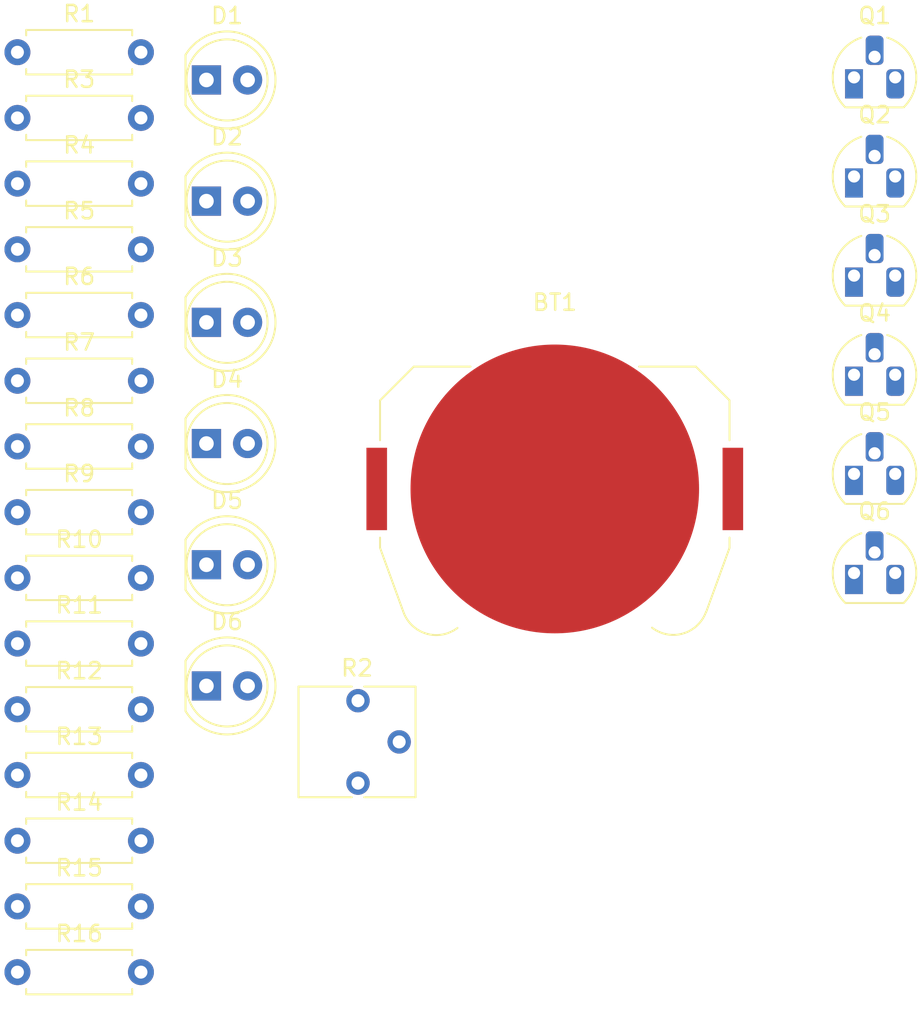
<source format=kicad_pcb>
(kicad_pcb (version 20241229) (generator "pcbnew") (generator_version "9.0")
  (layers (0 "F.Cu" signal) (2 "B.Cu" signal) (13 "F.Paste" user) (15 "B.Paste" user) (5 "F.SilkS" user "F.Silkscreen") (7 "B.SilkS" user "B.Silkscreen") (1 "F.Mask" user) (3 "B.Mask" user) (25 "Edge.Cuts" user))
  (net 0 "")
  (net 1 "Net-(BT1--)")
  (net 2 "Net-(BT1-+)")
  (net 3 "Net-(D1-K)")
  (net 4 "Net-(D1-A)")
  (net 5 "Net-(D2-K)")
  (net 6 "Net-(D3-K)")
  (net 7 "Net-(D4-K)")
  (net 8 "Net-(D5-K)")
  (net 9 "Net-(D6-K)")
  (net 10 "Net-(Q1-B)")
  (net 11 "Net-(Q2-B)")
  (net 12 "Net-(Q3-B)")
  (net 13 "Net-(Q4-B)")
  (net 14 "Net-(Q5-B)")
  (net 15 "Net-(Q6-B)")
  (net 16 "Net-(R1-Pad1)")
  (net 17 "Net-(R10-Pad1)")
  (net 18 "Net-(R12-Pad2)")
  (net 19 "Net-(R15-Pad2)")
  (net 20 "Net-(R16-Pad2)")
  (net 21 "Net-(R11-Pad2)")
  (net 22 "Net-(R13-Pad2)")
  (net 23 "Net-(R14-Pad2)")
  (footprint "Resistor_THT:R_Axial_DIN0207_L6.3mm_D2.5mm_P7.62mm_Horizontal" (layer "F.Cu") (at 109.85 94.8)
    (property "Reference" "R10" (at 3.81 -2.37 0) (layer "F.SilkS"))
    (property "Value" "4.7k")
    (fp_line (start 0.54 -1.37) (end 7.08 -1.37) (stroke (width 0.12)) (layer "F.SilkS"))
    (fp_line (start 0.54 -1.04) (end 0.54 -1.37) (stroke (width 0.12)) (layer "F.SilkS"))
    (fp_line (start 0.54 1.04) (end 0.54 1.37) (stroke (width 0.12)) (layer "F.SilkS"))
    (fp_line (start 0.54 1.37) (end 7.08 1.37) (stroke (width 0.12)) (layer "F.SilkS"))
    (fp_line (start 7.08 -1.37) (end 7.08 -1.04) (stroke (width 0.12)) (layer "F.SilkS"))
    (fp_line (start 7.08 1.37) (end 7.08 1.04) (stroke (width 0.12)) (layer "F.SilkS"))
    (pad "1" thru_hole circle (at 0 0) (size 1.6 1.6) (drill 0.8) (layers "*.Cu" "*.Mask") (net 17 "Net-(R10-Pad1)"))
    (pad "2" thru_hole oval (at 7.62 0) (size 1.6 1.6) (drill 0.8) (layers "*.Cu" "*.Mask") (net 16 "Net-(R1-Pad1)"))
  )
  (footprint "Resistor_THT:R_Axial_DIN0207_L6.3mm_D2.5mm_P7.62mm_Horizontal" (layer "F.Cu") (at 109.85 106.95)
    (property "Reference" "R13" (at 3.81 -2.37 0) (layer "F.SilkS"))
    (property "Value" "4.7k")
    (fp_line (start 0.54 -1.37) (end 7.08 -1.37) (stroke (width 0.12)) (layer "F.SilkS"))
    (fp_line (start 0.54 -1.04) (end 0.54 -1.37) (stroke (width 0.12)) (layer "F.SilkS"))
    (fp_line (start 0.54 1.04) (end 0.54 1.37) (stroke (width 0.12)) (layer "F.SilkS"))
    (fp_line (start 0.54 1.37) (end 7.08 1.37) (stroke (width 0.12)) (layer "F.SilkS"))
    (fp_line (start 7.08 -1.37) (end 7.08 -1.04) (stroke (width 0.12)) (layer "F.SilkS"))
    (fp_line (start 7.08 1.37) (end 7.08 1.04) (stroke (width 0.12)) (layer "F.SilkS"))
    (pad "1" thru_hole circle (at 0 0) (size 1.6 1.6) (drill 0.8) (layers "*.Cu" "*.Mask") (net 13 "Net-(Q4-B)"))
    (pad "2" thru_hole oval (at 7.62 0) (size 1.6 1.6) (drill 0.8) (layers "*.Cu" "*.Mask") (net 22 "Net-(R13-Pad2)"))
  )
  (footprint "Battery:BatteryHolder_Keystone_3034_1x20mm" (layer "F.Cu") (at 143 89.318454)
    (property "Reference" "BT1" (at 0 -11.5 0) (layer "F.SilkS"))
    (property "Value" "Battery_Cell")
    (fp_line (start -10.78 -5.46) (end -10.78 -3) (stroke (width 0.12)) (layer "F.SilkS"))
    (fp_line (start -10.78 3) (end -10.78 3.63) (stroke (width 0.12)) (layer "F.SilkS"))
    (fp_line (start -10.78 3.63) (end -9.34 7.58) (stroke (width 0.12)) (layer "F.SilkS"))
    (fp_line (start -8.7 -7.54) (end -10.78 -5.46) (stroke (width 0.12)) (layer "F.SilkS"))
    (fp_line (start -5.2 -7.54) (end -8.7 -7.54) (stroke (width 0.12)) (layer "F.SilkS"))
    (fp_line (start 8.7 -7.54) (end 5.2 -7.54) (stroke (width 0.12)) (layer "F.SilkS"))
    (fp_line (start 8.7 -7.54) (end 10.78 -5.46) (stroke (width 0.12)) (layer "F.SilkS"))
    (fp_line (start 10.78 -5.46) (end 10.78 -3) (stroke (width 0.12)) (layer "F.SilkS"))
    (fp_line (start 10.78 3) (end 10.78 3.63) (stroke (width 0.12)) (layer "F.SilkS"))
    (fp_line (start 10.78 3.63) (end 9.34 7.58) (stroke (width 0.12)) (layer "F.SilkS"))
    (fp_arc (start -6.003354 8.56653) (mid -7.921654 8.918738) (end -9.34 7.58) (stroke (width 0.12)) (layer "F.SilkS"))
    (fp_arc (start 9.325243 7.588169) (mid 7.90634 8.911668) (end 6 8.55) (stroke (width 0.12)) (layer "F.SilkS"))
    (pad "1" smd rect (at -10.985 0) (size 1.27 5.08) (layers "F.Cu" "F.Mask" "F.Paste") (net 2 "Net-(BT1-+)"))
    (pad "1" smd rect (at 10.985 0) (size 1.27 5.08) (layers "F.Cu" "F.Mask" "F.Paste") (net 2 "Net-(BT1-+)"))
    (pad "2" smd circle (at 0 0) (size 17.8 17.8) (layers "F.Cu" "F.Mask") (net 1 "Net-(BT1--)"))
  )
  (footprint "Resistor_THT:R_Axial_DIN0207_L6.3mm_D2.5mm_P7.62mm_Horizontal" (layer "F.Cu") (at 109.85 111)
    (property "Reference" "R14" (at 3.81 -2.37 0) (layer "F.SilkS"))
    (property "Value" "4.7k")
    (fp_line (start 0.54 -1.37) (end 7.08 -1.37) (stroke (width 0.12)) (layer "F.SilkS"))
    (fp_line (start 0.54 -1.04) (end 0.54 -1.37) (stroke (width 0.12)) (layer "F.SilkS"))
    (fp_line (start 0.54 1.04) (end 0.54 1.37) (stroke (width 0.12)) (layer "F.SilkS"))
    (fp_line (start 0.54 1.37) (end 7.08 1.37) (stroke (width 0.12)) (layer "F.SilkS"))
    (fp_line (start 7.08 -1.37) (end 7.08 -1.04) (stroke (width 0.12)) (layer "F.SilkS"))
    (fp_line (start 7.08 1.37) (end 7.08 1.04) (stroke (width 0.12)) (layer "F.SilkS"))
    (pad "1" thru_hole circle (at 0 0) (size 1.6 1.6) (drill 0.8) (layers "*.Cu" "*.Mask") (net 22 "Net-(R13-Pad2)"))
    (pad "2" thru_hole oval (at 7.62 0) (size 1.6 1.6) (drill 0.8) (layers "*.Cu" "*.Mask") (net 23 "Net-(R14-Pad2)"))
  )
  (footprint "Resistor_THT:R_Axial_DIN0207_L6.3mm_D2.5mm_P7.62mm_Horizontal" (layer "F.Cu") (at 109.85 66.45)
    (property "Reference" "R3" (at 3.81 -2.37 0) (layer "F.SilkS"))
    (property "Value" "220")
    (fp_line (start 0.54 -1.37) (end 7.08 -1.37) (stroke (width 0.12)) (layer "F.SilkS"))
    (fp_line (start 0.54 -1.04) (end 0.54 -1.37) (stroke (width 0.12)) (layer "F.SilkS"))
    (fp_line (start 0.54 1.04) (end 0.54 1.37) (stroke (width 0.12)) (layer "F.SilkS"))
    (fp_line (start 0.54 1.37) (end 7.08 1.37) (stroke (width 0.12)) (layer "F.SilkS"))
    (fp_line (start 7.08 -1.37) (end 7.08 -1.04) (stroke (width 0.12)) (layer "F.SilkS"))
    (fp_line (start 7.08 1.37) (end 7.08 1.04) (stroke (width 0.12)) (layer "F.SilkS"))
    (pad "1" thru_hole circle (at 0 0) (size 1.6 1.6) (drill 0.8) (layers "*.Cu" "*.Mask") (net 4 "Net-(D1-A)"))
    (pad "2" thru_hole oval (at 7.62 0) (size 1.6 1.6) (drill 0.8) (layers "*.Cu" "*.Mask") (net 2 "Net-(BT1-+)"))
  )
  (footprint "Resistor_THT:R_Axial_DIN0207_L6.3mm_D2.5mm_P7.62mm_Horizontal" (layer "F.Cu") (at 109.85 102.9)
    (property "Reference" "R12" (at 3.81 -2.37 0) (layer "F.SilkS"))
    (property "Value" "4.7k")
    (fp_line (start 0.54 -1.37) (end 7.08 -1.37) (stroke (width 0.12)) (layer "F.SilkS"))
    (fp_line (start 0.54 -1.04) (end 0.54 -1.37) (stroke (width 0.12)) (layer "F.SilkS"))
    (fp_line (start 0.54 1.04) (end 0.54 1.37) (stroke (width 0.12)) (layer "F.SilkS"))
    (fp_line (start 0.54 1.37) (end 7.08 1.37) (stroke (width 0.12)) (layer "F.SilkS"))
    (fp_line (start 7.08 -1.37) (end 7.08 -1.04) (stroke (width 0.12)) (layer "F.SilkS"))
    (fp_line (start 7.08 1.37) (end 7.08 1.04) (stroke (width 0.12)) (layer "F.SilkS"))
    (pad "1" thru_hole circle (at 0 0) (size 1.6 1.6) (drill 0.8) (layers "*.Cu" "*.Mask") (net 21 "Net-(R11-Pad2)"))
    (pad "2" thru_hole oval (at 7.62 0) (size 1.6 1.6) (drill 0.8) (layers "*.Cu" "*.Mask") (net 18 "Net-(R12-Pad2)"))
  )
  (footprint "LED_THT:LED_D5.0mm" (layer "F.Cu") (at 121.51 71.58)
    (property "Reference" "D2" (at 1.27 -3.96 0) (layer "F.SilkS"))
    (property "Value" "LED")
    (fp_line (start -1.29 -1.545) (end -1.29 1.545) (stroke (width 0.12)) (layer "F.SilkS"))
    (fp_arc (start -1.29 -1.54483) (mid 2.071756 -2.880501) (end 4.26 -0.000048) (stroke (width 0.12)) (layer "F.SilkS"))
    (fp_arc (start 4.26 0.000048) (mid 2.071756 2.880501) (end -1.29 1.54483) (stroke (width 0.12)) (layer "F.SilkS"))
    (fp_circle (center 1.27 0) (end 3.77 0) (stroke (width 0.12)) (fill no) (layer "F.SilkS"))
    (pad "1" thru_hole rect (at 0 0) (size 1.8 1.8) (drill 0.9) (layers "*.Cu" "*.Mask") (net 5 "Net-(D2-K)"))
    (pad "2" thru_hole circle (at 2.54 0) (size 1.8 1.8) (drill 0.9) (layers "*.Cu" "*.Mask") (net 4 "Net-(D1-A)"))
  )
  (footprint "LED_THT:LED_D5.0mm" (layer "F.Cu") (at 121.51 101.46)
    (property "Reference" "D6" (at 1.27 -3.96 0) (layer "F.SilkS"))
    (property "Value" "LED")
    (fp_line (start -1.29 -1.545) (end -1.29 1.545) (stroke (width 0.12)) (layer "F.SilkS"))
    (fp_arc (start -1.29 -1.54483) (mid 2.071756 -2.880501) (end 4.26 -0.000048) (stroke (width 0.12)) (layer "F.SilkS"))
    (fp_arc (start 4.26 0.000048) (mid 2.071756 2.880501) (end -1.29 1.54483) (stroke (width 0.12)) (layer "F.SilkS"))
    (fp_circle (center 1.27 0) (end 3.77 0) (stroke (width 0.12)) (fill no) (layer "F.SilkS"))
    (pad "1" thru_hole rect (at 0 0) (size 1.8 1.8) (drill 0.9) (layers "*.Cu" "*.Mask") (net 9 "Net-(D6-K)"))
    (pad "2" thru_hole circle (at 2.54 0) (size 1.8 1.8) (drill 0.9) (layers "*.Cu" "*.Mask") (net 4 "Net-(D1-A)"))
  )
  (footprint "Resistor_THT:R_Axial_DIN0207_L6.3mm_D2.5mm_P7.62mm_Horizontal" (layer "F.Cu") (at 109.85 78.6)
    (property "Reference" "R6" (at 3.81 -2.37 0) (layer "F.SilkS"))
    (property "Value" "4.7k")
    (fp_line (start 0.54 -1.37) (end 7.08 -1.37) (stroke (width 0.12)) (layer "F.SilkS"))
    (fp_line (start 0.54 -1.04) (end 0.54 -1.37) (stroke (width 0.12)) (layer "F.SilkS"))
    (fp_line (start 0.54 1.04) (end 0.54 1.37) (stroke (width 0.12)) (layer "F.SilkS"))
    (fp_line (start 0.54 1.37) (end 7.08 1.37) (stroke (width 0.12)) (layer "F.SilkS"))
    (fp_line (start 7.08 -1.37) (end 7.08 -1.04) (stroke (width 0.12)) (layer "F.SilkS"))
    (fp_line (start 7.08 1.37) (end 7.08 1.04) (stroke (width 0.12)) (layer "F.SilkS"))
    (pad "1" thru_hole circle (at 0 0) (size 1.6 1.6) (drill 0.8) (layers "*.Cu" "*.Mask") (net 18 "Net-(R12-Pad2)"))
    (pad "2" thru_hole oval (at 7.62 0) (size 1.6 1.6) (drill 0.8) (layers "*.Cu" "*.Mask") (net 16 "Net-(R1-Pad1)"))
  )
  (footprint "LED_THT:LED_D5.0mm" (layer "F.Cu") (at 121.51 79.05)
    (property "Reference" "D3" (at 1.27 -3.96 0) (layer "F.SilkS"))
    (property "Value" "LED")
    (fp_line (start -1.29 -1.545) (end -1.29 1.545) (stroke (width 0.12)) (layer "F.SilkS"))
    (fp_arc (start -1.29 -1.54483) (mid 2.071756 -2.880501) (end 4.26 -0.000048) (stroke (width 0.12)) (layer "F.SilkS"))
    (fp_arc (start 4.26 0.000048) (mid 2.071756 2.880501) (end -1.29 1.54483) (stroke (width 0.12)) (layer "F.SilkS"))
    (fp_circle (center 1.27 0) (end 3.77 0) (stroke (width 0.12)) (fill no) (layer "F.SilkS"))
    (pad "1" thru_hole rect (at 0 0) (size 1.8 1.8) (drill 0.9) (layers "*.Cu" "*.Mask") (net 6 "Net-(D3-K)"))
    (pad "2" thru_hole circle (at 2.54 0) (size 1.8 1.8) (drill 0.9) (layers "*.Cu" "*.Mask") (net 4 "Net-(D1-A)"))
  )
  (footprint "Package_TO_SOT_THT:TO-92L_HandSolder" (layer "F.Cu") (at 161.46 63.95)
    (property "Reference" "Q1" (at 1.27 -3.8 0) (layer "F.SilkS"))
    (property "Value" "NPN")
    (fp_line (start -0.53 1.85) (end 3.07 1.85) (stroke (width 0.12)) (layer "F.SilkS"))
    (fp_arc (start -0.541453 1.842156) (mid -1.247298 -0.581475) (end 0.45 -2.45) (stroke (width 0.12)) (layer "F.SilkS"))
    (fp_arc (start 2.05 -2.45) (mid 3.769931 -0.601036) (end 3.078445 1.827684) (stroke (width 0.12)) (layer "F.SilkS"))
    (pad "1" thru_hole rect (at 0 0) (size 1.1 1.8) (drill 0.75 (offset 0 0.4)) (layers "*.Cu" "*.Mask") (net 3 "Net-(D1-K)"))
    (pad "2" thru_hole roundrect (at 1.27 -1.27) (size 1.1 1.8) (drill 0.75 (offset 0 -0.4)) (layers "*.Cu" "*.Mask") (net 10 "Net-(Q1-B)"))
    (pad "3" thru_hole roundrect (at 2.54 0) (size 1.1 1.8) (drill 0.75 (offset 0 0.4)) (layers "*.Cu" "*.Mask") (net 1 "Net-(BT1--)"))
  )
  (footprint "Potentiometer_THT:Potentiometer_Vishay_T73YP_Vertical" (layer "F.Cu") (at 130.86 107.45)
    (property "Reference" "R2" (at -0.06 -7.09 0) (layer "F.SilkS"))
    (property "Value" "R_Photo")
    (fp_line (start -3.67 -5.95) (end -3.67 0.87) (stroke (width 0.12)) (layer "F.SilkS"))
    (fp_line (start -3.67 -5.95) (end -0.382 -5.95) (stroke (width 0.12)) (layer "F.SilkS"))
    (fp_line (start -3.67 0.87) (end -0.382 0.87) (stroke (width 0.12)) (layer "F.SilkS"))
    (fp_line (start 0.382 -5.95) (end 3.55 -5.95) (stroke (width 0.12)) (layer "F.SilkS"))
    (fp_line (start 0.382 0.87) (end 3.55 0.87) (stroke (width 0.12)) (layer "F.SilkS"))
    (fp_line (start 3.55 -5.95) (end 3.55 0.87) (stroke (width 0.12)) (layer "F.SilkS"))
    (pad "1" thru_hole circle (at 0 0) (size 1.44 1.44) (drill 0.8) (layers "*.Cu" "*.Mask") (net 10 "Net-(Q1-B)"))
    (pad "2" thru_hole circle (at 2.54 -2.54) (size 1.44 1.44) (drill 0.8) (layers "*.Cu" "*.Mask") (net 1 "Net-(BT1--)"))
    (pad "3" thru_hole circle (at 0 -5.08) (size 1.44 1.44) (drill 0.8) (layers "*.Cu" "*.Mask"))
  )
  (footprint "Package_TO_SOT_THT:TO-92L_HandSolder" (layer "F.Cu") (at 161.46 76.17)
    (property "Reference" "Q3" (at 1.27 -3.8 0) (layer "F.SilkS"))
    (property "Value" "NPN")
    (fp_line (start -0.53 1.85) (end 3.07 1.85) (stroke (width 0.12)) (layer "F.SilkS"))
    (fp_arc (start -0.541453 1.842156) (mid -1.247298 -0.581475) (end 0.45 -2.45) (stroke (width 0.12)) (layer "F.SilkS"))
    (fp_arc (start 2.05 -2.45) (mid 3.769931 -0.601036) (end 3.078445 1.827684) (stroke (width 0.12)) (layer "F.SilkS"))
    (pad "1" thru_hole rect (at 0 0) (size 1.1 1.8) (drill 0.75 (offset 0 0.4)) (layers "*.Cu" "*.Mask") (net 5 "Net-(D2-K)"))
    (pad "2" thru_hole roundrect (at 1.27 -1.27) (size 1.1 1.8) (drill 0.75 (offset 0 -0.4)) (layers "*.Cu" "*.Mask") (net 12 "Net-(Q3-B)"))
    (pad "3" thru_hole roundrect (at 2.54 0) (size 1.1 1.8) (drill 0.75 (offset 0 0.4)) (layers "*.Cu" "*.Mask") (net 1 "Net-(BT1--)"))
  )
  (footprint "Resistor_THT:R_Axial_DIN0207_L6.3mm_D2.5mm_P7.62mm_Horizontal" (layer "F.Cu") (at 109.85 90.75)
    (property "Reference" "R9" (at 3.81 -2.37 0) (layer "F.SilkS"))
    (property "Value" "47k")
    (fp_line (start 0.54 -1.37) (end 7.08 -1.37) (stroke (width 0.12)) (layer "F.SilkS"))
    (fp_line (start 0.54 -1.04) (end 0.54 -1.37) (stroke (width 0.12)) (layer "F.SilkS"))
    (fp_line (start 0.54 1.04) (end 0.54 1.37) (stroke (width 0.12)) (layer "F.SilkS"))
    (fp_line (start 0.54 1.37) (end 7.08 1.37) (stroke (width 0.12)) (layer "F.SilkS"))
    (fp_line (start 7.08 -1.37) (end 7.08 -1.04) (stroke (width 0.12)) (layer "F.SilkS"))
    (fp_line (start 7.08 1.37) (end 7.08 1.04) (stroke (width 0.12)) (layer "F.SilkS"))
    (pad "1" thru_hole circle (at 0 0) (size 1.6 1.6) (drill 0.8) (layers "*.Cu" "*.Mask") (net 20 "Net-(R16-Pad2)"))
    (pad "2" thru_hole oval (at 7.62 0) (size 1.6 1.6) (drill 0.8) (layers "*.Cu" "*.Mask") (net 16 "Net-(R1-Pad1)"))
  )
  (footprint "Package_TO_SOT_THT:TO-92L_HandSolder" (layer "F.Cu") (at 161.46 82.28)
    (property "Reference" "Q4" (at 1.27 -3.8 0) (layer "F.SilkS"))
    (property "Value" "NPN")
    (fp_line (start -0.53 1.85) (end 3.07 1.85) (stroke (width 0.12)) (layer "F.SilkS"))
    (fp_arc (start -0.541453 1.842156) (mid -1.247298 -0.581475) (end 0.45 -2.45) (stroke (width 0.12)) (layer "F.SilkS"))
    (fp_arc (start 2.05 -2.45) (mid 3.769931 -0.601036) (end 3.078445 1.827684) (stroke (width 0.12)) (layer "F.SilkS"))
    (pad "1" thru_hole rect (at 0 0) (size 1.1 1.8) (drill 0.75 (offset 0 0.4)) (layers "*.Cu" "*.Mask") (net 7 "Net-(D4-K)"))
    (pad "2" thru_hole roundrect (at 1.27 -1.27) (size 1.1 1.8) (drill 0.75 (offset 0 -0.4)) (layers "*.Cu" "*.Mask") (net 13 "Net-(Q4-B)"))
    (pad "3" thru_hole roundrect (at 2.54 0) (size 1.1 1.8) (drill 0.75 (offset 0 0.4)) (layers "*.Cu" "*.Mask") (net 1 "Net-(BT1--)"))
  )
  (footprint "LED_THT:LED_D5.0mm" (layer "F.Cu") (at 121.51 64.11)
    (property "Reference" "D1" (at 1.27 -3.96 0) (layer "F.SilkS"))
    (property "Value" "LED")
    (fp_line (start -1.29 -1.545) (end -1.29 1.545) (stroke (width 0.12)) (layer "F.SilkS"))
    (fp_arc (start -1.29 -1.54483) (mid 2.071756 -2.880501) (end 4.26 -0.000048) (stroke (width 0.12)) (layer "F.SilkS"))
    (fp_arc (start 4.26 0.000048) (mid 2.071756 2.880501) (end -1.29 1.54483) (stroke (width 0.12)) (layer "F.SilkS"))
    (fp_circle (center 1.27 0) (end 3.77 0) (stroke (width 0.12)) (fill no) (layer "F.SilkS"))
    (pad "1" thru_hole rect (at 0 0) (size 1.8 1.8) (drill 0.9) (layers "*.Cu" "*.Mask") (net 3 "Net-(D1-K)"))
    (pad "2" thru_hole circle (at 2.54 0) (size 1.8 1.8) (drill 0.9) (layers "*.Cu" "*.Mask") (net 4 "Net-(D1-A)"))
  )
  (footprint "Resistor_THT:R_Axial_DIN0207_L6.3mm_D2.5mm_P7.62mm_Horizontal" (layer "F.Cu") (at 109.85 115.05)
    (property "Reference" "R15" (at 3.81 -2.37 0) (layer "F.SilkS"))
    (property "Value" "4.7k")
    (fp_line (start 0.54 -1.37) (end 7.08 -1.37) (stroke (width 0.12)) (layer "F.SilkS"))
    (fp_line (start 0.54 -1.04) (end 0.54 -1.37) (stroke (width 0.12)) (layer "F.SilkS"))
    (fp_line (start 0.54 1.04) (end 0.54 1.37) (stroke (width 0.12)) (layer "F.SilkS"))
    (fp_line (start 0.54 1.37) (end 7.08 1.37) (stroke (width 0.12)) (layer "F.SilkS"))
    (fp_line (start 7.08 -1.37) (end 7.08 -1.04) (stroke (width 0.12)) (layer "F.SilkS"))
    (fp_line (start 7.08 1.37) (end 7.08 1.04) (stroke (width 0.12)) (layer "F.SilkS"))
    (pad "1" thru_hole circle (at 0 0) (size 1.6 1.6) (drill 0.8) (layers "*.Cu" "*.Mask") (net 23 "Net-(R14-Pad2)"))
    (pad "2" thru_hole oval (at 7.62 0) (size 1.6 1.6) (drill 0.8) (layers "*.Cu" "*.Mask") (net 19 "Net-(R15-Pad2)"))
  )
  (footprint "Resistor_THT:R_Axial_DIN0207_L6.3mm_D2.5mm_P7.62mm_Horizontal" (layer "F.Cu") (at 109.85 86.7)
    (property "Reference" "R8" (at 3.81 -2.37 0) (layer "F.SilkS"))
    (property "Value" "47k")
    (fp_line (start 0.54 -1.37) (end 7.08 -1.37) (stroke (width 0.12)) (layer "F.SilkS"))
    (fp_line (start 0.54 -1.04) (end 0.54 -1.37) (stroke (width 0.12)) (layer "F.SilkS"))
    (fp_line (start 0.54 1.04) (end 0.54 1.37) (stroke (width 0.12)) (layer "F.SilkS"))
    (fp_line (start 0.54 1.37) (end 7.08 1.37) (stroke (width 0.12)) (layer "F.SilkS"))
    (fp_line (start 7.08 -1.37) (end 7.08 -1.04) (stroke (width 0.12)) (layer "F.SilkS"))
    (fp_line (start 7.08 1.37) (end 7.08 1.04) (stroke (width 0.12)) (layer "F.SilkS"))
    (pad "1" thru_hole circle (at 0 0) (size 1.6 1.6) (drill 0.8) (layers "*.Cu" "*.Mask") (net 14 "Net-(Q5-B)"))
    (pad "2" thru_hole oval (at 7.62 0) (size 1.6 1.6) (drill 0.8) (layers "*.Cu" "*.Mask") (net 16 "Net-(R1-Pad1)"))
  )
  (footprint "Resistor_THT:R_Axial_DIN0207_L6.3mm_D2.5mm_P7.62mm_Horizontal" (layer "F.Cu") (at 109.85 70.5)
    (property "Reference" "R4" (at 3.81 -2.37 0) (layer "F.SilkS"))
    (property "Value" "4.7k")
    (fp_line (start 0.54 -1.37) (end 7.08 -1.37) (stroke (width 0.12)) (layer "F.SilkS"))
    (fp_line (start 0.54 -1.04) (end 0.54 -1.37) (stroke (width 0.12)) (layer "F.SilkS"))
    (fp_line (start 0.54 1.04) (end 0.54 1.37) (stroke (width 0.12)) (layer "F.SilkS"))
    (fp_line (start 0.54 1.37) (end 7.08 1.37) (stroke (width 0.12)) (layer "F.SilkS"))
    (fp_line (start 7.08 -1.37) (end 7.08 -1.04) (stroke (width 0.12)) (layer "F.SilkS"))
    (fp_line (start 7.08 1.37) (end 7.08 1.04) (stroke (width 0.12)) (layer "F.SilkS"))
    (pad "1" thru_hole circle (at 0 0) (size 1.6 1.6) (drill 0.8) (layers "*.Cu" "*.Mask") (net 10 "Net-(Q1-B)"))
    (pad "2" thru_hole oval (at 7.62 0) (size 1.6 1.6) (drill 0.8) (layers "*.Cu" "*.Mask") (net 16 "Net-(R1-Pad1)"))
  )
  (footprint "Package_TO_SOT_THT:TO-92L_HandSolder" (layer "F.Cu") (at 161.46 88.39)
    (property "Reference" "Q5" (at 1.27 -3.8 0) (layer "F.SilkS"))
    (property "Value" "NPN")
    (fp_line (start -0.53 1.85) (end 3.07 1.85) (stroke (width 0.12)) (layer "F.SilkS"))
    (fp_arc (start -0.541453 1.842156) (mid -1.247298 -0.581475) (end 0.45 -2.45) (stroke (width 0.12)) (layer "F.SilkS"))
    (fp_arc (start 2.05 -2.45) (mid 3.769931 -0.601036) (end 3.078445 1.827684) (stroke (width 0.12)) (layer "F.SilkS"))
    (pad "1" thru_hole rect (at 0 0) (size 1.1 1.8) (drill 0.75 (offset 0 0.4)) (layers "*.Cu" "*.Mask") (net 9 "Net-(D6-K)"))
    (pad "2" thru_hole roundrect (at 1.27 -1.27) (size 1.1 1.8) (drill 0.75 (offset 0 -0.4)) (layers "*.Cu" "*.Mask") (net 14 "Net-(Q5-B)"))
    (pad "3" thru_hole roundrect (at 2.54 0) (size 1.1 1.8) (drill 0.75 (offset 0 0.4)) (layers "*.Cu" "*.Mask") (net 1 "Net-(BT1--)"))
  )
  (footprint "Package_TO_SOT_THT:TO-92L_HandSolder" (layer "F.Cu") (at 161.46 70.06)
    (property "Reference" "Q2" (at 1.27 -3.8 0) (layer "F.SilkS"))
    (property "Value" "NPN")
    (fp_line (start -0.53 1.85) (end 3.07 1.85) (stroke (width 0.12)) (layer "F.SilkS"))
    (fp_arc (start -0.541453 1.842156) (mid -1.247298 -0.581475) (end 0.45 -2.45) (stroke (width 0.12)) (layer "F.SilkS"))
    (fp_arc (start 2.05 -2.45) (mid 3.769931 -0.601036) (end 3.078445 1.827684) (stroke (width 0.12)) (layer "F.SilkS"))
    (pad "1" thru_hole rect (at 0 0) (size 1.1 1.8) (drill 0.75 (offset 0 0.4)) (layers "*.Cu" "*.Mask") (net 6 "Net-(D3-K)"))
    (pad "2" thru_hole roundrect (at 1.27 -1.27) (size 1.1 1.8) (drill 0.75 (offset 0 -0.4)) (layers "*.Cu" "*.Mask") (net 11 "Net-(Q2-B)"))
    (pad "3" thru_hole roundrect (at 2.54 0) (size 1.1 1.8) (drill 0.75 (offset 0 0.4)) (layers "*.Cu" "*.Mask") (net 1 "Net-(BT1--)"))
  )
  (footprint "Resistor_THT:R_Axial_DIN0207_L6.3mm_D2.5mm_P7.62mm_Horizontal" (layer "F.Cu") (at 109.85 62.4)
    (property "Reference" "R1" (at 3.81 -2.37 0) (layer "F.SilkS"))
    (property "Value" "4.7kΩ")
    (fp_line (start 0.54 -1.37) (end 7.08 -1.37) (stroke (width 0.12)) (layer "F.SilkS"))
    (fp_line (start 0.54 -1.04) (end 0.54 -1.37) (stroke (width 0.12)) (layer "F.SilkS"))
    (fp_line (start 0.54 1.04) (end 0.54 1.37) (stroke (width 0.12)) (layer "F.SilkS"))
    (fp_line (start 0.54 1.37) (end 7.08 1.37) (stroke (width 0.12)) (layer "F.SilkS"))
    (fp_line (start 7.08 -1.37) (end 7.08 -1.04) (stroke (width 0.12)) (layer "F.SilkS"))
    (fp_line (start 7.08 1.37) (end 7.08 1.04) (stroke (width 0.12)) (layer "F.SilkS"))
    (pad "1" thru_hole circle (at 0 0) (size 1.6 1.6) (drill 0.8) (layers "*.Cu" "*.Mask") (net 10 "Net-(Q1-B)"))
    (pad "2" thru_hole oval (at 7.62 0) (size 1.6 1.6) (drill 0.8) (layers "*.Cu" "*.Mask") (net 2 "Net-(BT1-+)"))
  )
  (footprint "LED_THT:LED_D5.0mm" (layer "F.Cu") (at 121.51 86.52)
    (property "Reference" "D4" (at 1.27 -3.96 0) (layer "F.SilkS"))
    (property "Value" "LED")
    (fp_line (start -1.29 -1.545) (end -1.29 1.545) (stroke (width 0.12)) (layer "F.SilkS"))
    (fp_arc (start -1.29 -1.54483) (mid 2.071756 -2.880501) (end 4.26 -0.000048) (stroke (width 0.12)) (layer "F.SilkS"))
    (fp_arc (start 4.26 0.000048) (mid 2.071756 2.880501) (end -1.29 1.54483) (stroke (width 0.12)) (layer "F.SilkS"))
    (fp_circle (center 1.27 0) (end 3.77 0) (stroke (width 0.12)) (fill no) (layer "F.SilkS"))
    (pad "1" thru_hole rect (at 0 0) (size 1.8 1.8) (drill 0.9) (layers "*.Cu" "*.Mask") (net 7 "Net-(D4-K)"))
    (pad "2" thru_hole circle (at 2.54 0) (size 1.8 1.8) (drill 0.9) (layers "*.Cu" "*.Mask") (net 4 "Net-(D1-A)"))
  )
  (footprint "LED_THT:LED_D5.0mm" (layer "F.Cu") (at 121.51 93.99)
    (property "Reference" "D5" (at 1.27 -3.96 0) (layer "F.SilkS"))
    (property "Value" "LED")
    (fp_line (start -1.29 -1.545) (end -1.29 1.545) (stroke (width 0.12)) (layer "F.SilkS"))
    (fp_arc (start -1.29 -1.54483) (mid 2.071756 -2.880501) (end 4.26 -0.000048) (stroke (width 0.12)) (layer "F.SilkS"))
    (fp_arc (start 4.26 0.000048) (mid 2.071756 2.880501) (end -1.29 1.54483) (stroke (width 0.12)) (layer "F.SilkS"))
    (fp_circle (center 1.27 0) (end 3.77 0) (stroke (width 0.12)) (fill no) (layer "F.SilkS"))
    (pad "1" thru_hole rect (at 0 0) (size 1.8 1.8) (drill 0.9) (layers "*.Cu" "*.Mask") (net 8 "Net-(D5-K)"))
    (pad "2" thru_hole circle (at 2.54 0) (size 1.8 1.8) (drill 0.9) (layers "*.Cu" "*.Mask") (net 4 "Net-(D1-A)"))
  )
  (footprint "Resistor_THT:R_Axial_DIN0207_L6.3mm_D2.5mm_P7.62mm_Horizontal" (layer "F.Cu") (at 109.85 74.55)
    (property "Reference" "R5" (at 3.81 -2.37 0) (layer "F.SilkS"))
    (property "Value" "4.7k")
    (fp_line (start 0.54 -1.37) (end 7.08 -1.37) (stroke (width 0.12)) (layer "F.SilkS"))
    (fp_line (start 0.54 -1.04) (end 0.54 -1.37) (stroke (width 0.12)) (layer "F.SilkS"))
    (fp_line (start 0.54 1.04) (end 0.54 1.37) (stroke (width 0.12)) (layer "F.SilkS"))
    (fp_line (start 0.54 1.37) (end 7.08 1.37) (stroke (width 0.12)) (layer "F.SilkS"))
    (fp_line (start 7.08 -1.37) (end 7.08 -1.04) (stroke (width 0.12)) (layer "F.SilkS"))
    (fp_line (start 7.08 1.37) (end 7.08 1.04) (stroke (width 0.12)) (layer "F.SilkS"))
    (pad "1" thru_hole circle (at 0 0) (size 1.6 1.6) (drill 0.8) (layers "*.Cu" "*.Mask") (net 11 "Net-(Q2-B)"))
    (pad "2" thru_hole oval (at 7.62 0) (size 1.6 1.6) (drill 0.8) (layers "*.Cu" "*.Mask") (net 17 "Net-(R10-Pad1)"))
  )
  (footprint "Resistor_THT:R_Axial_DIN0207_L6.3mm_D2.5mm_P7.62mm_Horizontal" (layer "F.Cu") (at 109.85 119.1)
    (property "Reference" "R16" (at 3.81 -2.37 0) (layer "F.SilkS"))
    (property "Value" "47k")
    (fp_line (start 0.54 -1.37) (end 7.08 -1.37) (stroke (width 0.12)) (layer "F.SilkS"))
    (fp_line (start 0.54 -1.04) (end 0.54 -1.37) (stroke (width 0.12)) (layer "F.SilkS"))
    (fp_line (start 0.54 1.04) (end 0.54 1.37) (stroke (width 0.12)) (layer "F.SilkS"))
    (fp_line (start 0.54 1.37) (end 7.08 1.37) (stroke (width 0.12)) (layer "F.SilkS"))
    (fp_line (start 7.08 -1.37) (end 7.08 -1.04) (stroke (width 0.12)) (layer "F.SilkS"))
    (fp_line (start 7.08 1.37) (end 7.08 1.04) (stroke (width 0.12)) (layer "F.SilkS"))
    (pad "1" thru_hole circle (at 0 0) (size 1.6 1.6) (drill 0.8) (layers "*.Cu" "*.Mask") (net 15 "Net-(Q6-B)"))
    (pad "2" thru_hole oval (at 7.62 0) (size 1.6 1.6) (drill 0.8) (layers "*.Cu" "*.Mask") (net 20 "Net-(R16-Pad2)"))
  )
  (footprint "Package_TO_SOT_THT:TO-92L_HandSolder" (layer "F.Cu") (at 161.46 94.5)
    (property "Reference" "Q6" (at 1.27 -3.8 0) (layer "F.SilkS"))
    (property "Value" "NPN")
    (fp_line (start -0.53 1.85) (end 3.07 1.85) (stroke (width 0.12)) (layer "F.SilkS"))
    (fp_arc (start -0.541453 1.842156) (mid -1.247298 -0.581475) (end 0.45 -2.45) (stroke (width 0.12)) (layer "F.SilkS"))
    (fp_arc (start 2.05 -2.45) (mid 3.769931 -0.601036) (end 3.078445 1.827684) (stroke (width 0.12)) (layer "F.SilkS"))
    (pad "1" thru_hole rect (at 0 0) (size 1.1 1.8) (drill 0.75 (offset 0 0.4)) (layers "*.Cu" "*.Mask") (net 8 "Net-(D5-K)"))
    (pad "2" thru_hole roundrect (at 1.27 -1.27) (size 1.1 1.8) (drill 0.75 (offset 0 -0.4)) (layers "*.Cu" "*.Mask") (net 15 "Net-(Q6-B)"))
    (pad "3" thru_hole roundrect (at 2.54 0) (size 1.1 1.8) (drill 0.75 (offset 0 0.4)) (layers "*.Cu" "*.Mask") (net 1 "Net-(BT1--)"))
  )
  (footprint "Resistor_THT:R_Axial_DIN0207_L6.3mm_D2.5mm_P7.62mm_Horizontal" (layer "F.Cu") (at 109.85 98.85)
    (property "Reference" "R11" (at 3.81 -2.37 0) (layer "F.SilkS"))
    (property "Value" "4.7k")
    (fp_line (start 0.54 -1.37) (end 7.08 -1.37) (stroke (width 0.12)) (layer "F.SilkS"))
    (fp_line (start 0.54 -1.04) (end 0.54 -1.37) (stroke (width 0.12)) (layer "F.SilkS"))
    (fp_line (start 0.54 1.04) (end 0.54 1.37) (stroke (width 0.12)) (layer "F.SilkS"))
    (fp_line (start 0.54 1.37) (end 7.08 1.37) (stroke (width 0.12)) (layer "F.SilkS"))
    (fp_line (start 7.08 -1.37) (end 7.08 -1.04) (stroke (width 0.12)) (layer "F.SilkS"))
    (fp_line (start 7.08 1.37) (end 7.08 1.04) (stroke (width 0.12)) (layer "F.SilkS"))
    (pad "1" thru_hole circle (at 0 0) (size 1.6 1.6) (drill 0.8) (layers "*.Cu" "*.Mask") (net 12 "Net-(Q3-B)"))
    (pad "2" thru_hole oval (at 7.62 0) (size 1.6 1.6) (drill 0.8) (layers "*.Cu" "*.Mask") (net 21 "Net-(R11-Pad2)"))
  )
  (footprint "Resistor_THT:R_Axial_DIN0207_L6.3mm_D2.5mm_P7.62mm_Horizontal" (layer "F.Cu") (at 109.85 82.65)
    (property "Reference" "R7" (at 3.81 -2.37 0) (layer "F.SilkS"))
    (property "Value" "4.7k")
    (fp_line (start 0.54 -1.37) (end 7.08 -1.37) (stroke (width 0.12)) (layer "F.SilkS"))
    (fp_line (start 0.54 -1.04) (end 0.54 -1.37) (stroke (width 0.12)) (layer "F.SilkS"))
    (fp_line (start 0.54 1.04) (end 0.54 1.37) (stroke (width 0.12)) (layer "F.SilkS"))
    (fp_line (start 0.54 1.37) (end 7.08 1.37) (stroke (width 0.12)) (layer "F.SilkS"))
    (fp_line (start 7.08 -1.37) (end 7.08 -1.04) (stroke (width 0.12)) (layer "F.SilkS"))
    (fp_line (start 7.08 1.37) (end 7.08 1.04) (stroke (width 0.12)) (layer "F.SilkS"))
    (pad "1" thru_hole circle (at 0 0) (size 1.6 1.6) (drill 0.8) (layers "*.Cu" "*.Mask") (net 19 "Net-(R15-Pad2)"))
    (pad "2" thru_hole oval (at 7.62 0) (size 1.6 1.6) (drill 0.8) (layers "*.Cu" "*.Mask") (net 16 "Net-(R1-Pad1)"))
  )
)
</source>
